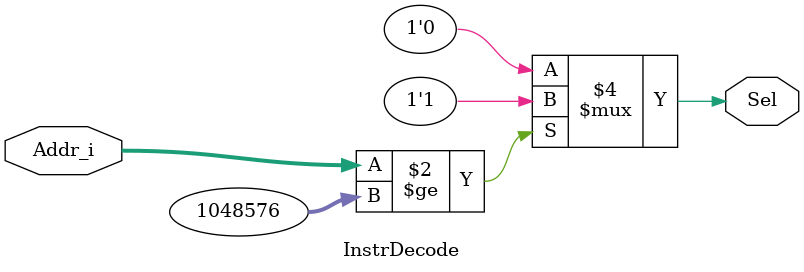
<source format=v>

module InstrDecode #(
//======================================================= 
//Parameter declarations
//=======================================================
	parameter MEMORY_DEPTH = 32
)
(
//=======================================================
//  INPUT/OUTPUT declarations
//=======================================================
input [(MEMORY_DEPTH-1):0] Addr_i,
output reg Sel
);
//=======================================================
//  Behavoral Code
//=======================================================
always @ (Addr_i) begin 
	if (Addr_i >= 32'h100_000) //RAM starts here, to be modified
		Sel = 1;
	else 
		Sel = 0;
end 
endmodule 
</source>
